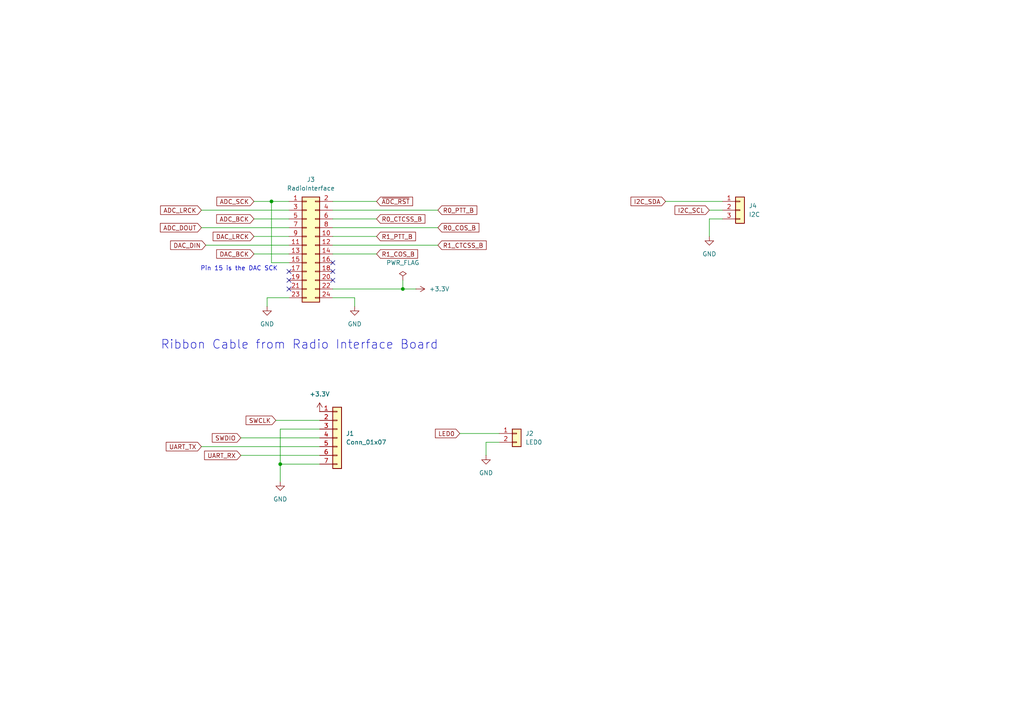
<source format=kicad_sch>
(kicad_sch (version 20250114) (generator "eeschema") (generator_version "9.0")
  (paper "A4")
  (lib_symbols
    (symbol "Connector_Generic:Conn_01x02" (pin_names (offset 1.016) (hide yes))
      (property "Reference" "J" (at 0 2.54 0))
      (property "Value" "Conn_01x02" (at 0 -5.08 0))
      (symbol "Conn_01x02_1_1"
        (rectangle (start -1.27 1.27) (end 1.27 -3.81) (stroke (width 0.254)) (fill (type background)))
        (rectangle (start -1.27 0.127) (end 0 -0.127) (stroke (width 0.1524)))
        (rectangle (start -1.27 -2.413) (end 0 -2.667) (stroke (width 0.1524)))
        (pin passive line (at -5.08 0 0) (length 3.81) (name "Pin_1") (number "1"))
        (pin passive line (at -5.08 -2.54 0) (length 3.81) (name "Pin_2") (number "2"))
      )
    )
    (symbol "Connector_Generic:Conn_01x03" (pin_names (offset 1.016) (hide yes))
      (property "Reference" "J" (at 0 5.08 0))
      (property "Value" "Conn_01x03" (at 0 -5.08 0))
      (symbol "Conn_01x03_1_1"
        (rectangle (start -1.27 3.81) (end 1.27 -3.81) (stroke (width 0.254)) (fill (type background)))
        (rectangle (start -1.27 2.667) (end 0 2.413) (stroke (width 0.1524)))
        (rectangle (start -1.27 0.127) (end 0 -0.127) (stroke (width 0.1524)))
        (rectangle (start -1.27 -2.413) (end 0 -2.667) (stroke (width 0.1524)))
        (pin passive line (at -5.08 2.54 0) (length 3.81) (name "Pin_1") (number "1"))
        (pin passive line (at -5.08 0 0) (length 3.81) (name "Pin_2") (number "2"))
        (pin passive line (at -5.08 -2.54 0) (length 3.81) (name "Pin_3") (number "3"))
      )
    )
    (symbol "Connector_Generic:Conn_01x07" (pin_names (offset 1.016) (hide yes))
      (property "Reference" "J" (at 0 10.16 0))
      (property "Value" "Conn_01x07" (at 0 -10.16 0))
      (symbol "Conn_01x07_1_1"
        (rectangle (start -1.27 8.89) (end 1.27 -8.89) (stroke (width 0.254)) (fill (type background)))
        (rectangle (start -1.27 7.747) (end 0 7.493) (stroke (width 0.1524)))
        (rectangle (start -1.27 5.207) (end 0 4.953) (stroke (width 0.1524)))
        (rectangle (start -1.27 2.667) (end 0 2.413) (stroke (width 0.1524)))
        (rectangle (start -1.27 0.127) (end 0 -0.127) (stroke (width 0.1524)))
        (rectangle (start -1.27 -2.413) (end 0 -2.667) (stroke (width 0.1524)))
        (rectangle (start -1.27 -4.953) (end 0 -5.207) (stroke (width 0.1524)))
        (rectangle (start -1.27 -7.493) (end 0 -7.747) (stroke (width 0.1524)))
        (pin passive line (at -5.08 7.62 0) (length 3.81) (name "Pin_1") (number "1"))
        (pin passive line (at -5.08 5.08 0) (length 3.81) (name "Pin_2") (number "2"))
        (pin passive line (at -5.08 2.54 0) (length 3.81) (name "Pin_3") (number "3"))
        (pin passive line (at -5.08 0 0) (length 3.81) (name "Pin_4") (number "4"))
        (pin passive line (at -5.08 -2.54 0) (length 3.81) (name "Pin_5") (number "5"))
        (pin passive line (at -5.08 -5.08 0) (length 3.81) (name "Pin_6") (number "6"))
        (pin passive line (at -5.08 -7.62 0) (length 3.81) (name "Pin_7") (number "7"))
      )
    )
    (symbol "Connector_Generic:Conn_02x12_Odd_Even" (pin_names (offset 1.016) (hide yes))
      (property "Reference" "J" (at 1.27 15.24 0))
      (property "Value" "Conn_02x12_Odd_Even" (at 1.27 -17.78 0))
      (symbol "Conn_02x12_Odd_Even_1_1"
        (rectangle (start -1.27 13.97) (end 3.81 -16.51) (stroke (width 0.254)) (fill (type background)))
        (rectangle (start -1.27 12.827) (end 0 12.573) (stroke (width 0.1524)))
        (rectangle (start -1.27 10.287) (end 0 10.033) (stroke (width 0.1524)))
        (rectangle (start -1.27 7.747) (end 0 7.493) (stroke (width 0.1524)))
        (rectangle (start -1.27 5.207) (end 0 4.953) (stroke (width 0.1524)))
        (rectangle (start -1.27 2.667) (end 0 2.413) (stroke (width 0.1524)))
        (rectangle (start -1.27 0.127) (end 0 -0.127) (stroke (width 0.1524)))
        (rectangle (start -1.27 -2.413) (end 0 -2.667) (stroke (width 0.1524)))
        (rectangle (start -1.27 -4.953) (end 0 -5.207) (stroke (width 0.1524)))
        (rectangle (start -1.27 -7.493) (end 0 -7.747) (stroke (width 0.1524)))
        (rectangle (start -1.27 -10.033) (end 0 -10.287) (stroke (width 0.1524)))
        (rectangle (start -1.27 -12.573) (end 0 -12.827) (stroke (width 0.1524)))
        (rectangle (start -1.27 -15.113) (end 0 -15.367) (stroke (width 0.1524)))
        (rectangle (start 3.81 12.827) (end 2.54 12.573) (stroke (width 0.1524)))
        (rectangle (start 3.81 10.287) (end 2.54 10.033) (stroke (width 0.1524)))
        (rectangle (start 3.81 7.747) (end 2.54 7.493) (stroke (width 0.1524)))
        (rectangle (start 3.81 5.207) (end 2.54 4.953) (stroke (width 0.1524)))
        (rectangle (start 3.81 2.667) (end 2.54 2.413) (stroke (width 0.1524)))
        (rectangle (start 3.81 0.127) (end 2.54 -0.127) (stroke (width 0.1524)))
        (rectangle (start 3.81 -2.413) (end 2.54 -2.667) (stroke (width 0.1524)))
        (rectangle (start 3.81 -4.953) (end 2.54 -5.207) (stroke (width 0.1524)))
        (rectangle (start 3.81 -7.493) (end 2.54 -7.747) (stroke (width 0.1524)))
        (rectangle (start 3.81 -10.033) (end 2.54 -10.287) (stroke (width 0.1524)))
        (rectangle (start 3.81 -12.573) (end 2.54 -12.827) (stroke (width 0.1524)))
        (rectangle (start 3.81 -15.113) (end 2.54 -15.367) (stroke (width 0.1524)))
        (pin passive line (at -5.08 12.7 0) (length 3.81) (name "Pin_1") (number "1"))
        (pin passive line (at -5.08 10.16 0) (length 3.81) (name "Pin_3") (number "3"))
        (pin passive line (at -5.08 7.62 0) (length 3.81) (name "Pin_5") (number "5"))
        (pin passive line (at -5.08 5.08 0) (length 3.81) (name "Pin_7") (number "7"))
        (pin passive line (at -5.08 2.54 0) (length 3.81) (name "Pin_9") (number "9"))
        (pin passive line (at -5.08 0 0) (length 3.81) (name "Pin_11") (number "11"))
        (pin passive line (at -5.08 -2.54 0) (length 3.81) (name "Pin_13") (number "13"))
        (pin passive line (at -5.08 -5.08 0) (length 3.81) (name "Pin_15") (number "15"))
        (pin passive line (at -5.08 -7.62 0) (length 3.81) (name "Pin_17") (number "17"))
        (pin passive line (at -5.08 -10.16 0) (length 3.81) (name "Pin_19") (number "19"))
        (pin passive line (at -5.08 -12.7 0) (length 3.81) (name "Pin_21") (number "21"))
        (pin passive line (at -5.08 -15.24 0) (length 3.81) (name "Pin_23") (number "23"))
        (pin passive line (at 7.62 12.7 180) (length 3.81) (name "Pin_2") (number "2"))
        (pin passive line (at 7.62 10.16 180) (length 3.81) (name "Pin_4") (number "4"))
        (pin passive line (at 7.62 7.62 180) (length 3.81) (name "Pin_6") (number "6"))
        (pin passive line (at 7.62 5.08 180) (length 3.81) (name "Pin_8") (number "8"))
        (pin passive line (at 7.62 2.54 180) (length 3.81) (name "Pin_10") (number "10"))
        (pin passive line (at 7.62 0 180) (length 3.81) (name "Pin_12") (number "12"))
        (pin passive line (at 7.62 -2.54 180) (length 3.81) (name "Pin_14") (number "14"))
        (pin passive line (at 7.62 -5.08 180) (length 3.81) (name "Pin_16") (number "16"))
        (pin passive line (at 7.62 -7.62 180) (length 3.81) (name "Pin_18") (number "18"))
        (pin passive line (at 7.62 -10.16 180) (length 3.81) (name "Pin_20") (number "20"))
        (pin passive line (at 7.62 -12.7 180) (length 3.81) (name "Pin_22") (number "22"))
        (pin passive line (at 7.62 -15.24 180) (length 3.81) (name "Pin_24") (number "24"))
      )
    )
    (symbol "power:+3.3V" (power) (pin_numbers (hide yes)) (pin_names (offset 0) (hide yes))
      (property "Value" "+3.3V" (at 0 3.556 0))
      (symbol "+3.3V_0_1"
        (polyline (pts (xy -0.762 1.27) (xy 0 2.54)))
        (polyline (pts (xy 0 2.54) (xy 0.762 1.27)))
        (polyline (pts (xy 0 0) (xy 0 2.54)))
      )
      (symbol "+3.3V_1_1"
        (pin power_in line (at 0 0 90) (length 0) (name "~") (number "1"))
      )
    )
    (symbol "power:GND" (power) (pin_numbers (hide yes)) (pin_names (offset 0) (hide yes))
      (property "Value" "GND" (at 0 -3.81 0))
      (symbol "GND_0_1"
        (polyline (pts (xy 0 0) (xy 0 -1.27) (xy 1.27 -1.27) (xy 0 -2.54) (xy -1.27 -1.27) (xy 0 -1.27)))
      )
      (symbol "GND_1_1"
        (pin power_in line (at 0 0 270) (length 0) (name "~") (number "1"))
      )
    )
    (symbol "power:PWR_FLAG" (power) (pin_numbers (hide yes)) (pin_names (offset 0) (hide yes))
      (property "Value" "PWR_FLAG" (at 0 3.81 0))
      (symbol "PWR_FLAG_0_0"
        (pin power_out line (at 0 0 90) (length 0) (name "~") (number "1"))
      )
      (symbol "PWR_FLAG_0_1"
        (polyline (pts (xy 0 0) (xy 0 1.27) (xy -1.016 1.905) (xy 0 2.54) (xy 1.016 1.905) (xy 0 1.27)))
      )
    )
  )
  (text "Pin 15 is the DAC SCK" (at 69.342 77.978 0) (effects (font (size 1.27 1.27))))
  (text "Ribbon Cable from Radio Interface Board" (at 86.868 100.076 0) (effects (font (size 2.54 2.54))))
  (junction (at 81.28 134.62))
  (junction (at 116.84 83.82))
  (junction (at 78.74 58.42))
  (no_connect (at 96.52 78.74))
  (no_connect (at 83.82 81.28))
  (no_connect (at 96.52 76.2))
  (no_connect (at 83.82 83.82))
  (no_connect (at 83.82 78.74))
  (no_connect (at 96.52 81.28))
  (wire (pts (xy 78.74 58.42) (xy 78.74 76.2)))
  (wire (pts (xy 78.74 58.42) (xy 83.82 58.42)))
  (wire (pts (xy 81.28 134.62) (xy 92.71 134.62)))
  (wire (pts (xy 80.01 121.92) (xy 92.71 121.92)))
  (wire (pts (xy 140.97 132.08) (xy 140.97 128.27)))
  (wire (pts (xy 96.52 66.04) (xy 127 66.04)))
  (wire (pts (xy 140.97 128.27) (xy 144.78 128.27)))
  (wire (pts (xy 73.66 68.58) (xy 83.82 68.58)))
  (wire (pts (xy 81.28 124.46) (xy 81.28 134.62)))
  (wire (pts (xy 133.35 125.73) (xy 144.78 125.73)))
  (wire (pts (xy 58.42 60.96) (xy 83.82 60.96)))
  (wire (pts (xy 96.52 68.58) (xy 109.22 68.58)))
  (wire (pts (xy 58.42 129.54) (xy 92.71 129.54)))
  (wire (pts (xy 96.52 71.12) (xy 127 71.12)))
  (wire (pts (xy 69.85 132.08) (xy 92.71 132.08)))
  (wire (pts (xy 78.74 76.2) (xy 83.82 76.2)))
  (wire (pts (xy 73.66 58.42) (xy 78.74 58.42)))
  (wire (pts (xy 92.71 124.46) (xy 81.28 124.46)))
  (wire (pts (xy 77.47 86.36) (xy 83.82 86.36)))
  (wire (pts (xy 96.52 83.82) (xy 116.84 83.82)))
  (wire (pts (xy 81.28 134.62) (xy 81.28 139.7)))
  (wire (pts (xy 116.84 81.28) (xy 116.84 83.82)))
  (wire (pts (xy 58.42 66.04) (xy 83.82 66.04)))
  (wire (pts (xy 193.04 58.42) (xy 209.55 58.42)))
  (wire (pts (xy 96.52 60.96) (xy 127 60.96)))
  (wire (pts (xy 96.52 86.36) (xy 102.87 86.36)))
  (wire (pts (xy 96.52 73.66) (xy 109.22 73.66)))
  (wire (pts (xy 116.84 83.82) (xy 120.65 83.82)))
  (wire (pts (xy 69.85 127) (xy 92.71 127)))
  (wire (pts (xy 102.87 86.36) (xy 102.87 88.9)))
  (wire (pts (xy 59.69 71.12) (xy 83.82 71.12)))
  (wire (pts (xy 96.52 63.5) (xy 109.22 63.5)))
  (wire (pts (xy 209.55 63.5) (xy 205.74 63.5)))
  (wire (pts (xy 73.66 63.5) (xy 83.82 63.5)))
  (wire (pts (xy 205.74 60.96) (xy 209.55 60.96)))
  (wire (pts (xy 77.47 86.36) (xy 77.47 88.9)))
  (wire (pts (xy 205.74 63.5) (xy 205.74 68.58)))
  (wire (pts (xy 96.52 58.42) (xy 109.22 58.42)))
  (wire (pts (xy 73.66 73.66) (xy 83.82 73.66)))
  (global_label "LED0" (shape input) (at 133.35 125.73 180) (property "Intersheetrefs" "${INTERSHEET_REFS}" (effects (hide yes))))
  (global_label "DAC_BCK" (shape input) (at 73.66 73.66 180) (property "Intersheetrefs" "${INTERSHEET_REFS}" (effects (hide yes))))
  (global_label "DAC_LRCK" (shape input) (at 73.66 68.58 180) (property "Intersheetrefs" "${INTERSHEET_REFS}" (effects (hide yes))))
  (global_label "DAC_DIN" (shape input) (at 59.69 71.12 180) (property "Intersheetrefs" "${INTERSHEET_REFS}" (effects (hide yes))))
  (global_label "ADC_LRCK" (shape input) (at 58.42 60.96 180) (property "Intersheetrefs" "${INTERSHEET_REFS}" (effects (hide yes))))
  (global_label "R0_COS_B" (shape input) (at 127 66.04 0) (property "Intersheetrefs" "${INTERSHEET_REFS}" (effects (hide yes))))
  (global_label "SWDIO" (shape input) (at 69.85 127 180) (property "Intersheetrefs" "${INTERSHEET_REFS}" (effects (hide yes))))
  (global_label "R1_COS_B" (shape input) (at 109.22 73.66 0) (property "Intersheetrefs" "${INTERSHEET_REFS}" (effects (hide yes))))
  (global_label "R0_PTT_B" (shape input) (at 127 60.96 0) (property "Intersheetrefs" "${INTERSHEET_REFS}" (effects (hide yes))))
  (global_label "R0_CTCSS_B" (shape input) (at 109.22 63.5 0) (property "Intersheetrefs" "${INTERSHEET_REFS}" (effects (hide yes))))
  (global_label "UART_TX" (shape input) (at 58.42 129.54 180) (property "Intersheetrefs" "${INTERSHEET_REFS}" (effects (hide yes))))
  (global_label "SWCLK" (shape input) (at 80.01 121.92 180) (property "Intersheetrefs" "${INTERSHEET_REFS}" (effects (hide yes))))
  (global_label "R1_PTT_B" (shape input) (at 109.22 68.58 0) (property "Intersheetrefs" "${INTERSHEET_REFS}" (effects (hide yes))))
  (global_label "ADC_DOUT" (shape input) (at 58.42 66.04 180) (property "Intersheetrefs" "${INTERSHEET_REFS}" (effects (hide yes))))
  (global_label "UART_RX" (shape input) (at 69.85 132.08 180) (property "Intersheetrefs" "${INTERSHEET_REFS}" (effects (hide yes))))
  (global_label "I2C_SDA" (shape input) (at 193.04 58.42 180) (property "Intersheetrefs" "${INTERSHEET_REFS}" (effects (hide yes))))
  (global_label "R1_CTCSS_B" (shape input) (at 127 71.12 0) (property "Intersheetrefs" "${INTERSHEET_REFS}" (effects (hide yes))))
  (global_label "ADC_SCK" (shape input) (at 73.66 58.42 180) (property "Intersheetrefs" "${INTERSHEET_REFS}" (effects (hide yes))))
  (global_label "I2C_SCL" (shape input) (at 205.74 60.96 180) (property "Intersheetrefs" "${INTERSHEET_REFS}" (effects (hide yes))))
  (global_label "ADC_BCK" (shape input) (at 73.66 63.5 180) (property "Intersheetrefs" "${INTERSHEET_REFS}" (effects (hide yes))))
  (global_label "~{ADC_RST}" (shape input) (at 109.22 58.42 0) (property "Intersheetrefs" "${INTERSHEET_REFS}" (effects (hide yes))))
  (symbol (lib_id "power:GND") (at 81.28 139.7 0) (unit 1)
    (property "Reference" "#PWR02" (effects (hide yes)))
    (property "Value" "GND" (at 81.28 144.78 0))
    (property "Description" "Power symbol creates a global label with name \"GND\" , ground" (effects (hide yes)))
  )
  (symbol (lib_id "Connector_Generic:Conn_01x07") (at 97.79 127 0) (unit 1)
    (property "Reference" "J1" (at 100.33 125.7299 0) (effects (justify left)))
    (property "Value" "Conn_01x07" (at 100.33 128.2699 0) (effects (justify left)))
    (property "Footprint" "Connector_PinHeader_2.54mm:PinHeader_1x07_P2.54mm_Vertical" (effects (hide yes)))
    (property "Description" "Generic connector, single row, 01x07, script generated (kicad-library-utils/schlib/autogen/connector/)" (effects (hide yes)))
  )
  (symbol (lib_id "power:GND") (at 102.87 88.9 0) (unit 1)
    (property "Reference" "#PWR076" (effects (hide yes)))
    (property "Value" "GND" (at 102.87 93.98 0))
    (property "Description" "Power symbol creates a global label with name \"GND\" , ground" (effects (hide yes)))
  )
  (symbol (lib_id "power:+3.3V") (at 120.65 83.82 270) (unit 1)
    (property "Reference" "#PWR080" (effects (hide yes)))
    (property "Value" "+3.3V" (at 124.46 83.8199 90) (effects (justify left)))
    (property "Description" "Power symbol creates a global label with name \"+3.3V\"" (effects (hide yes)))
  )
  (symbol (lib_id "power:+3.3V") (at 92.71 119.38 0) (unit 1)
    (property "Reference" "#PWR081" (effects (hide yes)))
    (property "Value" "+3.3V" (at 92.71 114.3 0))
    (property "Description" "Power symbol creates a global label with name \"+3.3V\"" (effects (hide yes)))
  )
  (symbol (lib_id "Connector_Generic:Conn_02x12_Odd_Even") (at 88.9 71.12 0) (unit 1)
    (property "Reference" "J3" (at 90.17 52.07 0))
    (property "Value" "RadioInterface" (at 90.17 54.61 0))
    (property "Footprint" "Connector_PinHeader_2.54mm:PinHeader_2x12_P2.54mm_Vertical" (effects (hide yes)))
    (property "Description" "Generic connector, double row, 02x12, odd/even pin numbering scheme (row 1 odd numbers, row 2 even numbers), script generated (kicad-library-utils/schlib/autogen/connector/)" (effects (hide yes)))
  )
  (symbol (lib_id "Connector_Generic:Conn_01x03") (at 214.63 60.96 0) (unit 1)
    (property "Reference" "J4" (at 217.17 59.6899 0) (effects (justify left)))
    (property "Value" "I2C" (at 217.17 62.2299 0) (effects (justify left)))
    (property "Footprint" "Connector_PinHeader_2.54mm:PinHeader_1x03_P2.54mm_Vertical" (effects (hide yes)))
    (property "Description" "Generic connector, single row, 01x03, script generated (kicad-library-utils/schlib/autogen/connector/)" (effects (hide yes)))
  )
  (symbol (lib_id "power:GND") (at 140.97 132.08 0) (unit 1)
    (property "Reference" "#PWR03" (effects (hide yes)))
    (property "Value" "GND" (at 140.97 137.16 0))
    (property "Description" "Power symbol creates a global label with name \"GND\" , ground" (effects (hide yes)))
  )
  (symbol (lib_id "Connector_Generic:Conn_01x02") (at 149.86 125.73 0) (unit 1)
    (property "Reference" "J2" (at 152.4 125.7299 0) (effects (justify left)))
    (property "Value" "LED0" (at 152.4 128.2699 0) (effects (justify left)))
    (property "Footprint" "Connector_PinHeader_2.54mm:PinHeader_1x02_P2.54mm_Vertical" (effects (hide yes)))
    (property "Description" "Generic connector, single row, 01x02, script generated (kicad-library-utils/schlib/autogen/connector/)" (effects (hide yes)))
  )
  (symbol (lib_id "power:GND") (at 77.47 88.9 0) (unit 1)
    (property "Reference" "#PWR077" (effects (hide yes)))
    (property "Value" "GND" (at 77.47 93.98 0))
    (property "Description" "Power symbol creates a global label with name \"GND\" , ground" (effects (hide yes)))
  )
  (symbol (lib_id "power:GND") (at 205.74 68.58 0) (unit 1)
    (property "Reference" "#PWR04" (effects (hide yes)))
    (property "Value" "GND" (at 205.74 73.66 0))
    (property "Description" "Power symbol creates a global label with name \"GND\" , ground" (effects (hide yes)))
  )
  (symbol (lib_id "power:PWR_FLAG") (at 116.84 81.28 0) (unit 1)
    (property "Reference" "#FLG01" (effects (hide yes)))
    (property "Value" "PWR_FLAG" (at 116.84 76.2 0))
    (property "Description" "Special symbol for telling ERC where power comes from" (effects (hide yes)))
  )
)
</source>
